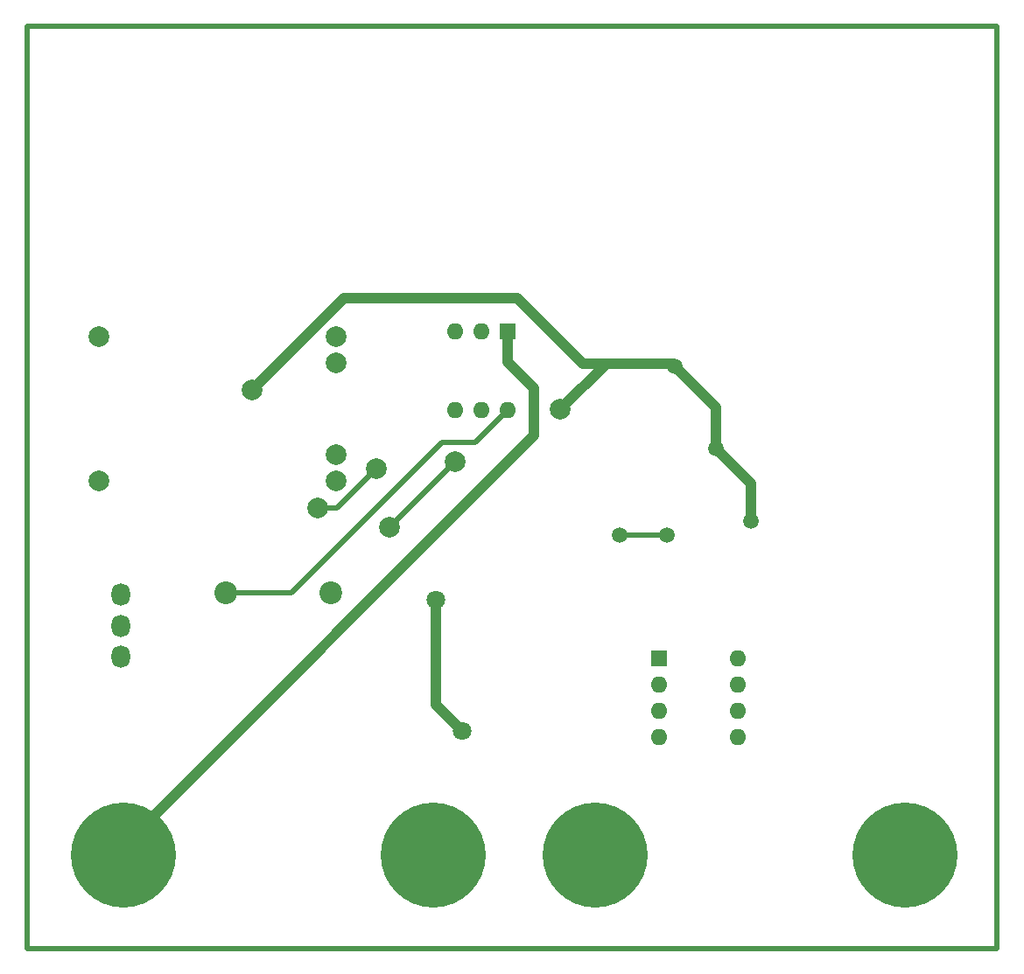
<source format=gbr>
%TF.GenerationSoftware,KiCad,Pcbnew,7.0.1*%
%TF.CreationDate,2023-05-16T20:26:06-05:00*%
%TF.ProjectId,SeneCurrent,53656e65-4375-4727-9265-6e742e6b6963,rev?*%
%TF.SameCoordinates,Original*%
%TF.FileFunction,Copper,L2,Bot*%
%TF.FilePolarity,Positive*%
%FSLAX46Y46*%
G04 Gerber Fmt 4.6, Leading zero omitted, Abs format (unit mm)*
G04 Created by KiCad (PCBNEW 7.0.1) date 2023-05-16 20:26:06*
%MOMM*%
%LPD*%
G01*
G04 APERTURE LIST*
%TA.AperFunction,NonConductor*%
%ADD10C,0.500000*%
%TD*%
%TA.AperFunction,ComponentPad*%
%ADD11C,2.200000*%
%TD*%
%TA.AperFunction,ComponentPad*%
%ADD12C,10.160000*%
%TD*%
%TA.AperFunction,ComponentPad*%
%ADD13O,1.800000X2.200000*%
%TD*%
%TA.AperFunction,ComponentPad*%
%ADD14R,1.600000X1.600000*%
%TD*%
%TA.AperFunction,ComponentPad*%
%ADD15O,1.600000X1.600000*%
%TD*%
%TA.AperFunction,ComponentPad*%
%ADD16C,2.000000*%
%TD*%
%TA.AperFunction,ViaPad*%
%ADD17C,1.500000*%
%TD*%
%TA.AperFunction,ViaPad*%
%ADD18C,2.000000*%
%TD*%
%TA.AperFunction,ViaPad*%
%ADD19C,1.800000*%
%TD*%
%TA.AperFunction,Conductor*%
%ADD20C,1.000000*%
%TD*%
%TA.AperFunction,Conductor*%
%ADD21C,0.500000*%
%TD*%
G04 APERTURE END LIST*
D10*
X51917600Y-40335200D02*
X145745200Y-40335200D01*
X145745200Y-129641600D01*
X51917600Y-129641600D01*
X51917600Y-40335200D01*
D11*
%TO.P,Rm1,1*%
%TO.N,Net-(Rm1-Pad1)*%
X71120000Y-95250000D03*
%TO.P,Rm1,2*%
%TO.N,GND*%
X81280000Y-95250000D03*
%TD*%
D12*
%TO.P,J3,1,Pin_1*%
%TO.N,Net-(J3-Pin_1)*%
X106920000Y-120650000D03*
%TO.P,J3,2,Pin_2*%
%TO.N,GND*%
X136890000Y-120650000D03*
%TD*%
%TO.P,J2,1,Pin_1*%
%TO.N,GND*%
X91200000Y-120650000D03*
%TO.P,J2,2,Pin_2*%
%TO.N,Net-(J2-Pin_2)*%
X61230000Y-120650000D03*
%TD*%
D13*
%TO.P,SW1,1,A*%
%TO.N,VCC*%
X60960000Y-101425000D03*
%TO.P,SW1,2,B*%
%TO.N,Net-(SW1-B)*%
X60960000Y-98425000D03*
%TO.P,SW1,3,C*%
%TO.N,unconnected-(SW1-C-Pad3)*%
X60960000Y-95425000D03*
%TD*%
D14*
%TO.P,SW2,1*%
%TO.N,Net-(J2-Pin_2)*%
X98410000Y-69892500D03*
D15*
%TO.P,SW2,2*%
X95870000Y-69892500D03*
%TO.P,SW2,3*%
X93330000Y-69892500D03*
%TO.P,SW2,4*%
%TO.N,Net-(Rn1-Pad1)*%
X93330000Y-77512500D03*
%TO.P,SW2,5*%
%TO.N,Net-(Ru1-Pad1)*%
X95870000Y-77512500D03*
%TO.P,SW2,6*%
%TO.N,Net-(Rm1-Pad1)*%
X98410000Y-77512500D03*
%TD*%
D16*
%TO.P,TP1,1,B+*%
%TO.N,+BATT*%
X81845000Y-72915000D03*
%TO.P,TP1,2,B-*%
%TO.N,-BATT*%
X81845000Y-81835000D03*
%TO.P,TP1,3,OUT+*%
%TO.N,Net-(SW1-B)*%
X81845000Y-70375000D03*
%TO.P,TP1,4,OUT-*%
%TO.N,VEE*%
X81845000Y-84375000D03*
%TO.P,TP1,5*%
%TO.N,N/C*%
X58845000Y-70375000D03*
%TO.P,TP1,6*%
X58845000Y-84375000D03*
%TD*%
D14*
%TO.P,U2,1,+*%
%TO.N,Net-(U2B-+)*%
X113030000Y-101600000D03*
D15*
%TO.P,U2,2,-*%
%TO.N,Net-(U2A--)*%
X113030000Y-104140000D03*
%TO.P,U2,3,+*%
%TO.N,Net-(U2A-+)*%
X113030000Y-106680000D03*
%TO.P,U2,4,V-*%
%TO.N,VEE*%
X113030000Y-109220000D03*
%TO.P,U2,5*%
%TO.N,unconnected-(U2-Pad5)*%
X120650000Y-109220000D03*
%TO.P,U2,6*%
%TO.N,Net-(R2B1-Pad1)*%
X120650000Y-106680000D03*
%TO.P,U2,7,V+*%
%TO.N,VCC*%
X120650000Y-104140000D03*
%TO.P,U2,8,-*%
%TO.N,Net-(U2B--)*%
X120650000Y-101600000D03*
%TD*%
D17*
%TO.N,VCC*%
X114554000Y-73279000D03*
D18*
X73660000Y-75565000D03*
D17*
X118541800Y-81229200D03*
X121920000Y-88265000D03*
D18*
X103505000Y-77470000D03*
D19*
%TO.N,VEE*%
X93980000Y-108585000D03*
X91440000Y-95885000D03*
D17*
X113792000Y-89636600D03*
X109220000Y-89636600D03*
D18*
%TO.N,Net-(Rn1-Pad1)*%
X80010000Y-86995000D03*
X85725000Y-83185000D03*
%TO.N,Net-(Ru1-Pad1)*%
X93345000Y-82550000D03*
X86995000Y-88900000D03*
%TD*%
D20*
%TO.N,VCC*%
X118541800Y-77266800D02*
X114554000Y-73279000D01*
X114300000Y-73025000D02*
X114554000Y-73279000D01*
X109347000Y-73025000D02*
X114300000Y-73025000D01*
X105664000Y-73025000D02*
X108585000Y-73025000D01*
X99314000Y-66675000D02*
X105664000Y-73025000D01*
X73660000Y-75565000D02*
X82550000Y-66675000D01*
X103505000Y-77470000D02*
X107950000Y-73025000D01*
X118541800Y-81229200D02*
X118541800Y-77266800D01*
X107950000Y-73025000D02*
X108585000Y-73025000D01*
X82550000Y-66675000D02*
X99314000Y-66675000D01*
X118541800Y-81229200D02*
X121920000Y-84607400D01*
X108585000Y-73025000D02*
X109347000Y-73025000D01*
X107950000Y-73025000D02*
X109347000Y-73025000D01*
X121920000Y-84607400D02*
X121920000Y-88265000D01*
D21*
%TO.N,VEE*%
X109220000Y-89636600D02*
X113792000Y-89636600D01*
D20*
X91440000Y-106045000D02*
X91440000Y-95885000D01*
X93980000Y-108585000D02*
X91440000Y-106045000D01*
%TO.N,Net-(J2-Pin_2)*%
X98410000Y-72883000D02*
X100965000Y-75438000D01*
X100965000Y-80010000D02*
X61230000Y-119745000D01*
X100965000Y-75438000D02*
X100965000Y-80010000D01*
X98410000Y-69892500D02*
X98410000Y-72883000D01*
D21*
%TO.N,Net-(Rm1-Pad1)*%
X98410000Y-77512500D02*
X95277500Y-80645000D01*
X77470000Y-95250000D02*
X71120000Y-95250000D01*
X95277500Y-80645000D02*
X92075000Y-80645000D01*
X92075000Y-80645000D02*
X77470000Y-95250000D01*
%TO.N,Net-(Rn1-Pad1)*%
X81915000Y-86995000D02*
X85725000Y-83185000D01*
X80010000Y-86995000D02*
X81915000Y-86995000D01*
%TO.N,Net-(Ru1-Pad1)*%
X86995000Y-88900000D02*
X93345000Y-82550000D01*
%TD*%
M02*

</source>
